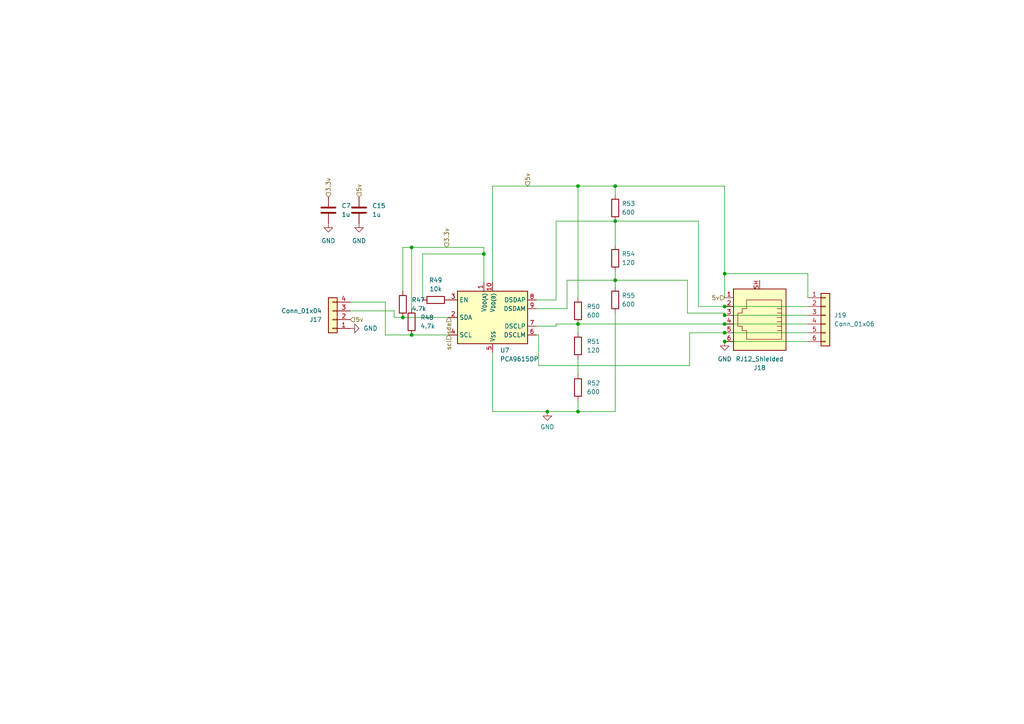
<source format=kicad_sch>
(kicad_sch (version 20250114) (generator "eeschema") (generator_version "9.0")
  (paper "A4")
  (lib_symbols
    (symbol "Connector:RJ12_Shielded" (pin_names (offset 1.016))
      (property "Reference" "J" (at -5.08 11.43 0))
      (property "Value" "RJ12_Shielded" (at 2.54 11.43 0))
      (symbol "RJ12_Shielded_0_1"
        (polyline (pts (xy -6.35 3.175) (xy -5.08 3.175) (xy -5.08 3.175)))
        (polyline (pts (xy -6.35 1.905) (xy -5.08 1.905) (xy -5.08 1.905)))
        (polyline (pts (xy -6.35 0.635) (xy -5.08 0.635) (xy -5.08 0.635)))
        (polyline (pts (xy -6.35 -0.635) (xy -5.08 -0.635) (xy -5.08 -0.635)))
        (polyline (pts (xy -6.35 -1.905) (xy -5.08 -1.905) (xy -5.08 -1.905)))
        (polyline (pts (xy -6.35 -4.445) (xy -6.35 6.985) (xy 3.81 6.985) (xy 3.81 4.445) (xy 5.08 4.445) (xy 5.08 3.175) (xy 6.35 3.175) (xy 6.35 -0.635) (xy 5.08 -0.635) (xy 5.08 -1.905) (xy 3.81 -1.905) (xy 3.81 -4.445) (xy -6.35 -4.445) (xy -6.35 -4.445)))
        (polyline (pts (xy -5.08 4.445) (xy -6.35 4.445) (xy -6.35 4.445)))
        (rectangle (start 7.62 10.16) (end -7.62 -7.62) (stroke (width 0.254)) (fill (type background)))
      )
      (symbol "RJ12_Shielded_1_1"
        (pin passive line (at 0 -10.16 90) (length 2.54) (name "~") (number "SH"))
        (pin passive line (at 10.16 7.62 180) (length 2.54) (name "~") (number "6"))
        (pin passive line (at 10.16 5.08 180) (length 2.54) (name "~") (number "5"))
        (pin passive line (at 10.16 2.54 180) (length 2.54) (name "~") (number "4"))
        (pin passive line (at 10.16 0 180) (length 2.54) (name "~") (number "3"))
        (pin passive line (at 10.16 -2.54 180) (length 2.54) (name "~") (number "2"))
        (pin passive line (at 10.16 -5.08 180) (length 2.54) (name "~") (number "1"))
      )
    )
    (symbol "Connector_Generic:Conn_01x04" (pin_names (offset 1.016) (hide yes))
      (property "Reference" "J" (at 0 5.08 0))
      (property "Value" "Conn_01x04" (at 0 -7.62 0))
      (symbol "Conn_01x04_1_1"
        (rectangle (start -1.27 3.81) (end 1.27 -6.35) (stroke (width 0.254)) (fill (type background)))
        (rectangle (start -1.27 2.667) (end 0 2.413) (stroke (width 0.1524)))
        (rectangle (start -1.27 0.127) (end 0 -0.127) (stroke (width 0.1524)))
        (rectangle (start -1.27 -2.413) (end 0 -2.667) (stroke (width 0.1524)))
        (rectangle (start -1.27 -4.953) (end 0 -5.207) (stroke (width 0.1524)))
        (pin passive line (at -5.08 2.54 0) (length 3.81) (name "Pin_1") (number "1"))
        (pin passive line (at -5.08 0 0) (length 3.81) (name "Pin_2") (number "2"))
        (pin passive line (at -5.08 -2.54 0) (length 3.81) (name "Pin_3") (number "3"))
        (pin passive line (at -5.08 -5.08 0) (length 3.81) (name "Pin_4") (number "4"))
      )
    )
    (symbol "Connector_Generic:Conn_01x06" (pin_names (offset 1.016) (hide yes))
      (property "Reference" "J" (at 0 7.62 0))
      (property "Value" "Conn_01x06" (at 0 -10.16 0))
      (symbol "Conn_01x06_1_1"
        (rectangle (start -1.27 6.35) (end 1.27 -8.89) (stroke (width 0.254)) (fill (type background)))
        (rectangle (start -1.27 5.207) (end 0 4.953) (stroke (width 0.1524)))
        (rectangle (start -1.27 2.667) (end 0 2.413) (stroke (width 0.1524)))
        (rectangle (start -1.27 0.127) (end 0 -0.127) (stroke (width 0.1524)))
        (rectangle (start -1.27 -2.413) (end 0 -2.667) (stroke (width 0.1524)))
        (rectangle (start -1.27 -4.953) (end 0 -5.207) (stroke (width 0.1524)))
        (rectangle (start -1.27 -7.493) (end 0 -7.747) (stroke (width 0.1524)))
        (pin passive line (at -5.08 5.08 0) (length 3.81) (name "Pin_1") (number "1"))
        (pin passive line (at -5.08 2.54 0) (length 3.81) (name "Pin_2") (number "2"))
        (pin passive line (at -5.08 0 0) (length 3.81) (name "Pin_3") (number "3"))
        (pin passive line (at -5.08 -2.54 0) (length 3.81) (name "Pin_4") (number "4"))
        (pin passive line (at -5.08 -5.08 0) (length 3.81) (name "Pin_5") (number "5"))
        (pin passive line (at -5.08 -7.62 0) (length 3.81) (name "Pin_6") (number "6"))
      )
    )
    (symbol "Device:C" (pin_numbers (hide yes)) (pin_names (offset 0.254))
      (property "Reference" "C" (at 0.635 2.54 0))
      (property "Value" "C" (at 0.635 -2.54 0))
      (symbol "C_0_1"
        (polyline (pts (xy -2.032 0.762) (xy 2.032 0.762)) (stroke (width 0.508)))
        (polyline (pts (xy -2.032 -0.762) (xy 2.032 -0.762)) (stroke (width 0.508)))
      )
      (symbol "C_1_1"
        (pin passive line (at 0 3.81 270) (length 2.794) (name "~") (number "1"))
        (pin passive line (at 0 -3.81 90) (length 2.794) (name "~") (number "2"))
      )
    )
    (symbol "Device:R" (pin_numbers (hide yes)) (pin_names (offset 0))
      (property "Reference" "R" (at 2.032 0 90))
      (property "Value" "R" (at 0 0 90))
      (symbol "R_0_1"
        (rectangle (start -1.016 -2.54) (end 1.016 2.54) (stroke (width 0.254)))
      )
      (symbol "R_1_1"
        (pin passive line (at 0 3.81 270) (length 1.27) (name "~") (number "1"))
        (pin passive line (at 0 -3.81 90) (length 1.27) (name "~") (number "2"))
      )
    )
    (symbol "Interface:PCA9615DP"
      (property "Reference" "U" (at -10.16 8.89 0))
      (property "Value" "PCA9615DP" (at 1.27 8.89 0))
      (symbol "PCA9615DP_0_1"
        (rectangle (start -10.16 7.62) (end 10.16 -7.62) (stroke (width 0.254)) (fill (type background)))
      )
      (symbol "PCA9615DP_1_1"
        (pin input line (at -12.7 5.08 0) (length 2.54) (name "EN") (number "3"))
        (pin bidirectional line (at -12.7 0 0) (length 2.54) (name "SDA") (number "2"))
        (pin bidirectional line (at -12.7 -5.08 0) (length 2.54) (name "SCL") (number "4"))
        (pin power_in line (at -2.54 10.16 270) (length 2.54) (name "V_{DD(A)}") (number "1"))
        (pin power_in line (at 0 10.16 270) (length 2.54) (name "V_{DD(B)}") (number "10"))
        (pin power_in line (at 0 -10.16 90) (length 2.54) (name "V_{SS}") (number "5"))
        (pin bidirectional line (at 12.7 5.08 180) (length 2.54) (name "DSDAP") (number "8"))
        (pin bidirectional line (at 12.7 2.54 180) (length 2.54) (name "DSDAM") (number "9"))
        (pin bidirectional line (at 12.7 -2.54 180) (length 2.54) (name "DSCLP") (number "7"))
        (pin bidirectional line (at 12.7 -5.08 180) (length 2.54) (name "DSCLM") (number "6"))
      )
    )
    (symbol "power:GND" (power) (pin_numbers (hide yes)) (pin_names (offset 0) (hide yes))
      (property "Value" "GND" (at 0 -3.81 0))
      (symbol "GND_0_1"
        (polyline (pts (xy 0 0) (xy 0 -1.27) (xy 1.27 -1.27) (xy 0 -2.54) (xy -1.27 -1.27) (xy 0 -1.27)))
      )
      (symbol "GND_1_1"
        (pin power_in line (at 0 0 270) (length 0) (name "~") (number "1"))
      )
    )
  )
  (junction (at 178.435 81.28))
  (junction (at 210.185 99.06))
  (junction (at 210.185 91.44))
  (junction (at 140.335 73.66))
  (junction (at 167.64 53.975))
  (junction (at 210.185 93.98))
  (junction (at 178.435 53.975))
  (junction (at 119.38 97.155))
  (junction (at 167.64 119.38))
  (junction (at 167.64 93.98))
  (junction (at 210.185 88.9))
  (junction (at 116.84 92.075))
  (junction (at 158.75 119.38))
  (junction (at 178.435 64.135))
  (junction (at 119.38 71.755))
  (junction (at 210.185 79.375))
  (junction (at 210.185 96.52))
  (wire (pts (xy 161.29 93.98) (xy 167.64 93.98)))
  (wire (pts (xy 161.29 64.135) (xy 178.435 64.135)))
  (wire (pts (xy 200.025 96.52) (xy 200.025 106.045)))
  (wire (pts (xy 161.29 93.98) (xy 161.29 94.615)))
  (wire (pts (xy 119.38 71.755) (xy 119.38 89.535)))
  (wire (pts (xy 140.335 73.66) (xy 140.335 81.915)))
  (wire (pts (xy 101.6 87.63) (xy 111.76 87.63)))
  (wire (pts (xy 114.3 92.075) (xy 114.3 90.17)))
  (wire (pts (xy 178.435 53.975) (xy 210.185 53.975)))
  (wire (pts (xy 156.21 106.045) (xy 156.21 97.155)))
  (wire (pts (xy 114.3 90.17) (xy 101.6 90.17)))
  (wire (pts (xy 178.435 119.38) (xy 178.435 90.805)))
  (wire (pts (xy 122.555 86.995) (xy 122.555 73.66)))
  (wire (pts (xy 164.465 89.535) (xy 164.465 81.28)))
  (wire (pts (xy 210.185 79.375) (xy 210.185 86.36)))
  (wire (pts (xy 178.435 81.28) (xy 178.435 83.185)))
  (wire (pts (xy 210.185 96.52) (xy 200.025 96.52)))
  (wire (pts (xy 116.84 92.075) (xy 114.3 92.075)))
  (wire (pts (xy 167.64 116.205) (xy 167.64 119.38)))
  (wire (pts (xy 167.64 53.975) (xy 178.435 53.975)))
  (wire (pts (xy 116.84 92.075) (xy 130.175 92.075)))
  (wire (pts (xy 142.875 81.915) (xy 142.875 53.975)))
  (wire (pts (xy 155.575 94.615) (xy 161.29 94.615)))
  (wire (pts (xy 142.875 102.235) (xy 142.875 119.38)))
  (wire (pts (xy 210.185 90.805) (xy 210.185 91.44)))
  (wire (pts (xy 210.185 53.975) (xy 210.185 79.375)))
  (wire (pts (xy 199.39 81.28) (xy 199.39 90.805)))
  (wire (pts (xy 167.64 104.14) (xy 167.64 108.585)))
  (wire (pts (xy 178.435 53.975) (xy 178.435 56.515)))
  (wire (pts (xy 164.465 81.28) (xy 178.435 81.28)))
  (wire (pts (xy 178.435 81.28) (xy 199.39 81.28)))
  (wire (pts (xy 142.875 53.975) (xy 167.64 53.975)))
  (wire (pts (xy 202.565 64.135) (xy 202.565 88.9)))
  (wire (pts (xy 210.185 93.98) (xy 234.315 93.98)))
  (wire (pts (xy 178.435 81.28) (xy 178.435 78.74)))
  (wire (pts (xy 210.185 79.375) (xy 234.315 79.375)))
  (wire (pts (xy 167.64 93.98) (xy 210.185 93.98)))
  (wire (pts (xy 234.315 79.375) (xy 234.315 86.36)))
  (wire (pts (xy 210.185 96.52) (xy 234.315 96.52)))
  (wire (pts (xy 210.185 99.06) (xy 234.315 99.06)))
  (wire (pts (xy 199.39 90.805) (xy 210.185 90.805)))
  (wire (pts (xy 167.64 53.975) (xy 167.64 86.36)))
  (wire (pts (xy 158.75 119.38) (xy 167.64 119.38)))
  (wire (pts (xy 210.185 91.44) (xy 234.315 91.44)))
  (wire (pts (xy 140.335 71.755) (xy 140.335 73.66)))
  (wire (pts (xy 142.875 119.38) (xy 158.75 119.38)))
  (wire (pts (xy 178.435 64.135) (xy 178.435 71.12)))
  (wire (pts (xy 178.435 64.135) (xy 202.565 64.135)))
  (wire (pts (xy 116.84 84.455) (xy 116.84 71.755)))
  (wire (pts (xy 156.21 97.155) (xy 155.575 97.155)))
  (wire (pts (xy 119.38 97.155) (xy 130.175 97.155)))
  (wire (pts (xy 119.38 71.755) (xy 140.335 71.755)))
  (wire (pts (xy 116.84 71.755) (xy 119.38 71.755)))
  (wire (pts (xy 167.64 119.38) (xy 178.435 119.38)))
  (wire (pts (xy 155.575 89.535) (xy 164.465 89.535)))
  (wire (pts (xy 210.185 88.9) (xy 234.315 88.9)))
  (wire (pts (xy 155.575 86.995) (xy 161.29 86.995)))
  (wire (pts (xy 111.76 97.155) (xy 119.38 97.155)))
  (wire (pts (xy 202.565 88.9) (xy 210.185 88.9)))
  (wire (pts (xy 167.64 93.98) (xy 167.64 96.52)))
  (wire (pts (xy 122.555 73.66) (xy 140.335 73.66)))
  (wire (pts (xy 161.29 86.995) (xy 161.29 64.135)))
  (wire (pts (xy 200.025 106.045) (xy 156.21 106.045)))
  (wire (pts (xy 111.76 87.63) (xy 111.76 97.155)))
  (hierarchical_label "scl" (shape input) (at 130.175 97.155 270))
  (hierarchical_label "5v" (shape input) (at 101.6 92.71 0))
  (hierarchical_label "3.3v" (shape input) (at 95.25 57.15 90))
  (hierarchical_label "sda" (shape input) (at 130.175 92.075 270))
  (hierarchical_label "5v" (shape input) (at 104.14 57.15 90))
  (hierarchical_label "3.3v" (shape input) (at 129.54 71.755 90))
  (hierarchical_label "5v" (shape input) (at 153.035 53.975 90))
  (hierarchical_label "5v" (shape input) (at 210.185 86.36 180))
  (symbol (lib_id "power:GND") (at 158.75 119.38 0) (unit 1)
    (property "Reference" "#PWR05" (effects (hide yes)))
    (property "Value" "GND" (at 158.75 123.825 0))
    (property "Description" "Power symbol creates a global label with name \"GND\" , ground" (effects (hide yes)))
    (instances (project "ghost_host" (path "" (reference "#PWR021") (unit 1)) (path "" (reference "#PWR09") (unit 1)) (path "" (reference "#PWR012") (unit 1)) (path "" (reference "#PWR018") (unit 1)) (path "" (reference "#PWR05") (unit 1)) (path "" (reference "#PWR024") (unit 1)) (path "" (reference "#PWR07") (unit 1)) (path "" (reference "#PWR015") (unit 1))))
  )
  (symbol (lib_id "Device:R") (at 167.64 112.395 0) (unit 1)
    (property "Reference" "R13" (at 170.18 111.1249 0) (effects (justify left)))
    (property "Value" "600" (at 170.18 113.6649 0) (effects (justify left)))
    (property "Footprint" "Resistor_SMD:R_0603_1608Metric_Pad0.98x0.95mm_HandSolder" (effects (hide yes)))
    (property "Description" "Resistor" (effects (hide yes)))
    (property "Manufacturer Part Number" "0603WAF5600T5E" (effects (hide yes)))
    (property "Supplier Name" "LCSC" (effects (hide yes)))
    (property "Supplier Part Number" "C23204" (effects (hide yes)))
    (property "Manufacturer" "UNI-ROYAL(Uniroyal Elec)" (effects (hide yes)))
    (instances (project "ghost_host" (path "" (reference "R52") (unit 1)) (path "" (reference "R21") (unit 1)) (path "" (reference "R26") (unit 1)) (path "" (reference "R43") (unit 1)) (path "" (reference "R13") (unit 1)) (path "" (reference "R61") (unit 1)) (path "" (reference "R69") (unit 1)) (path "" (reference "R34") (unit 1))))
  )
  (symbol (lib_id "Device:R") (at 167.64 100.33 0) (unit 1)
    (property "Reference" "R11" (at 170.18 99.0599 0) (effects (justify left)))
    (property "Value" "120" (at 170.18 101.5999 0) (effects (justify left)))
    (property "Footprint" "Resistor_SMD:R_0603_1608Metric_Pad0.98x0.95mm_HandSolder" (effects (hide yes)))
    (property "Description" "Resistor" (effects (hide yes)))
    (property "Manufacturer Part Number" "0603WAF1200T5E" (effects (hide yes)))
    (property "Supplier Name" "LCSC" (effects (hide yes)))
    (property "Supplier Part Number" "C22787" (effects (hide yes)))
    (property "Manufacturer" "UNI-ROYAL(Uniroyal Elec)" (effects (hide yes)))
    (instances (project "ghost_host" (path "" (reference "R51") (unit 1)) (path "" (reference "R20") (unit 1)) (path "" (reference "R25") (unit 1)) (path "" (reference "R42") (unit 1)) (path "" (reference "R11") (unit 1)) (path "" (reference "R60") (unit 1)) (path "" (reference "R68") (unit 1)) (path "" (reference "R33") (unit 1))))
  )
  (symbol (lib_id "Device:R") (at 167.64 90.17 0) (unit 1)
    (property "Reference" "R9" (at 170.18 88.8999 0) (effects (justify left)))
    (property "Value" "600" (at 170.18 91.4399 0) (effects (justify left)))
    (property "Footprint" "Resistor_SMD:R_0603_1608Metric_Pad0.98x0.95mm_HandSolder" (effects (hide yes)))
    (property "Description" "Resistor" (effects (hide yes)))
    (property "Manufacturer Part Number" "0603WAF5600T5E" (effects (hide yes)))
    (property "Supplier Name" "LCSC" (effects (hide yes)))
    (property "Supplier Part Number" "C23204" (effects (hide yes)))
    (property "Manufacturer" "UNI-ROYAL(Uniroyal Elec)" (effects (hide yes)))
    (instances (project "ghost_host" (path "" (reference "R50") (unit 1)) (path "" (reference "R19") (unit 1)) (path "" (reference "R14") (unit 1)) (path "" (reference "R41") (unit 1)) (path "" (reference "R9") (unit 1)) (path "" (reference "R59") (unit 1)) (path "" (reference "R67") (unit 1)) (path "" (reference "R32") (unit 1))))
  )
  (symbol (lib_id "Device:C") (at 104.14 60.96 0) (unit 1)
    (property "Reference" "C9" (at 107.95 59.6899 0) (effects (justify left)))
    (property "Value" "1u" (at 107.95 62.2299 0) (effects (justify left)))
    (property "Footprint" "Capacitor_SMD:C_0603_1608Metric" (effects (hide yes)))
    (property "Description" "Unpolarized capacitor" (effects (hide yes)))
    (instances (project "ghost_host" (path "" (reference "C15") (unit 1)) (path "" (reference "C11") (unit 1)) (path "" (reference "C12") (unit 1)) (path "" (reference "C14") (unit 1)) (path "" (reference "C9") (unit 1)) (path "" (reference "C16") (unit 1)) (path "" (reference "C10") (unit 1)) (path "" (reference "C13") (unit 1))))
  )
  (symbol (lib_id "power:GND") (at 101.6 95.25 90) (unit 1)
    (property "Reference" "#PWR0101" (effects (hide yes)))
    (property "Value" "GND" (at 105.41 95.2499 90) (effects (justify right)))
    (property "Description" "Power symbol creates a global label with name \"GND\" , ground" (effects (hide yes)))
    (instances (project "ghost_host" (path "" (reference "#PWR020") (unit 1)) (path "" (reference "#PWR08") (unit 1)) (path "" (reference "#PWR011") (unit 1)) (path "" (reference "#PWR017") (unit 1)) (path "" (reference "#PWR0101") (unit 1)) (path "" (reference "#PWR023") (unit 1)) (path "" (reference "#PWR04") (unit 1)) (path "" (reference "#PWR014") (unit 1))))
  )
  (symbol (lib_id "Device:C") (at 95.25 60.96 0) (unit 1)
    (property "Reference" "C1" (at 99.06 59.6899 0) (effects (justify left)))
    (property "Value" "1u" (at 99.06 62.2299 0) (effects (justify left)))
    (property "Footprint" "Capacitor_SMD:C_0603_1608Metric" (effects (hide yes)))
    (property "Description" "Unpolarized capacitor" (effects (hide yes)))
    (instances (project "" (path "" (reference "C7") (unit 1)) (path "" (reference "C3") (unit 1)) (path "" (reference "C4") (unit 1)) (path "" (reference "C6") (unit 1)) (path "" (reference "C1") (unit 1)) (path "" (reference "C8") (unit 1)) (path "" (reference "C2") (unit 1)) (path "" (reference "C5") (unit 1))))
  )
  (symbol (lib_id "Connector:RJ12_Shielded") (at 220.345 91.44 180) (unit 1)
    (property "Reference" "J23" (at 220.345 106.68 0))
    (property "Value" "RJ12_Shielded" (at 220.345 104.14 0))
    (property "Footprint" "RJ12_Pin_Connector:RJ12_Pin_Connector" (effects (hide yes)))
    (property "Description" "RJ connector, 6P6C (6 positions 6 connected), Shielded" (effects (hide yes)))
    (property "Manufacturer Part Number" "5201-660111" (effects (hide yes)))
    (property "Supplier Name" "LCSC" (effects (hide yes)))
    (property "Supplier Part Number" "C3097711" (effects (hide yes)))
    (property "Manufacturer" "EVERCOM" (effects (hide yes)))
    (instances (project "ghost_host" (path "" (reference "J18") (unit 1)) (path "" (reference "J6") (unit 1)) (path "" (reference "J9") (unit 1)) (path "" (reference "J15") (unit 1)) (path "" (reference "J23") (unit 1)) (path "" (reference "J21") (unit 1)) (path "" (reference "J4") (unit 1)) (path "" (reference "J12") (unit 1))))
  )
  (symbol (lib_id "Device:R") (at 119.38 93.345 0) (unit 1)
    (property "Reference" "R2" (at 121.92 92.0749 0) (effects (justify left)))
    (property "Value" "4.7k" (at 121.92 94.6149 0) (effects (justify left)))
    (property "Footprint" "Resistor_SMD:R_0603_1608Metric_Pad0.98x0.95mm_HandSolder" (effects (hide yes)))
    (property "Description" "Resistor" (effects (hide yes)))
    (property "Manufacturer Part Number" "0603WAF4701T5E" (effects (hide yes)))
    (property "Supplier Name" "LCSC" (effects (hide yes)))
    (property "Supplier Part Number" "C23162" (effects (hide yes)))
    (property "Manufacturer" "UNI-ROYAL(Uniroyal Elec)" (effects (hide yes)))
    (instances (project "ghost_host" (path "" (reference "R48") (unit 1)) (path "" (reference "R17") (unit 1)) (path "" (reference "R10") (unit 1)) (path "" (reference "R39") (unit 1)) (path "" (reference "R2") (unit 1)) (path "" (reference "R57") (unit 1)) (path "" (reference "R5") (unit 1)) (path "" (reference "R30") (unit 1))))
  )
  (symbol (lib_id "Device:R") (at 178.435 60.325 0) (unit 1)
    (property "Reference" "R15" (at 180.34 59.0549 0) (effects (justify left)))
    (property "Value" "600" (at 180.34 61.5949 0) (effects (justify left)))
    (property "Footprint" "Resistor_SMD:R_0603_1608Metric_Pad0.98x0.95mm_HandSolder" (effects (hide yes)))
    (property "Description" "Resistor" (effects (hide yes)))
    (property "Manufacturer Part Number" "0603WAF5600T5E" (effects (hide yes)))
    (property "Supplier Name" "LCSC" (effects (hide yes)))
    (property "Supplier Part Number" "C23204" (effects (hide yes)))
    (property "Manufacturer" "UNI-ROYAL(Uniroyal Elec)" (effects (hide yes)))
    (instances (project "ghost_host" (path "" (reference "R53") (unit 1)) (path "" (reference "R22") (unit 1)) (path "" (reference "R3") (unit 1)) (path "" (reference "R44") (unit 1)) (path "" (reference "R15") (unit 1)) (path "" (reference "R62") (unit 1)) (path "" (reference "R70") (unit 1)) (path "" (reference "R35") (unit 1))))
  )
  (symbol (lib_id "Connector_Generic:Conn_01x04") (at 96.52 92.71 180) (unit 1)
    (property "Reference" "J2" (at 93.345 92.7101 0) (effects (justify left)))
    (property "Value" "Conn_01x04" (at 93.345 90.1701 0) (effects (justify left)))
    (property "Footprint" "RJ12_Pin_Connector:JST_SH_BM04B-SRSS-TB_1x04-1MP_P1.00mm_Vertical" (effects (hide yes)))
    (property "Description" "Generic connector, single row, 01x04, script generated (kicad-library-utils/schlib/autogen/connector/)" (effects (hide yes)))
    (property "Manufacturer Part Number" "BM04B-SRSS-TB(LF)(SN)" (effects (hide yes)))
    (property "Supplier Name" "LCSC" (effects (hide yes)))
    (property "Supplier Part Number" "C160390" (effects (hide yes)))
    (property "Manufacturer" "JST" (effects (hide yes)))
    (instances (project "ghost_host" (path "" (reference "J17") (unit 1)) (path "" (reference "J5") (unit 1)) (path "" (reference "J8") (unit 1)) (path "" (reference "J14") (unit 1)) (path "" (reference "J2") (unit 1)) (path "" (reference "J20") (unit 1)) (path "" (reference "J3") (unit 1)) (path "" (reference "J11") (unit 1))))
  )
  (symbol (lib_id "Device:R") (at 116.84 88.265 0) (unit 1)
    (property "Reference" "R1" (at 119.38 86.9949 0) (effects (justify left)))
    (property "Value" "4.7k" (at 119.38 89.5349 0) (effects (justify left)))
    (property "Footprint" "Resistor_SMD:R_0603_1608Metric_Pad0.98x0.95mm_HandSolder" (effects (hide yes)))
    (property "Description" "Resistor" (effects (hide yes)))
    (property "Manufacturer Part Number" "0603WAF4701T5E" (effects (hide yes)))
    (property "Supplier Name" "LCSC" (effects (hide yes)))
    (property "Supplier Part Number" "C23162" (effects (hide yes)))
    (property "Manufacturer" "UNI-ROYAL(Uniroyal Elec)" (effects (hide yes)))
    (instances (project "ghost_host" (path "" (reference "R47") (unit 1)) (path "" (reference "R16") (unit 1)) (path "" (reference "R8") (unit 1)) (path "" (reference "R38") (unit 1)) (path "" (reference "R1") (unit 1)) (path "" (reference "R56") (unit 1)) (path "" (reference "R4") (unit 1)) (path "" (reference "R29") (unit 1))))
  )
  (symbol (lib_id "power:GND") (at 104.14 64.77 0) (unit 1)
    (property "Reference" "#PWR056" (effects (hide yes)))
    (property "Value" "GND" (at 104.14 69.85 0))
    (property "Description" "Power symbol creates a global label with name \"GND\" , ground" (effects (hide yes)))
    (instances (project "ghost_host" (path "" (reference "#PWR062") (unit 1)) (path "" (reference "#PWR058") (unit 1)) (path "" (reference "#PWR059") (unit 1)) (path "" (reference "#PWR061") (unit 1)) (path "" (reference "#PWR056") (unit 1)) (path "" (reference "#PWR063") (unit 1)) (path "" (reference "#PWR057") (unit 1)) (path "" (reference "#PWR060") (unit 1))))
  )
  (symbol (lib_id "power:GND") (at 95.25 64.77 0) (unit 1)
    (property "Reference" "#PWR048" (effects (hide yes)))
    (property "Value" "GND" (at 95.25 69.85 0))
    (property "Description" "Power symbol creates a global label with name \"GND\" , ground" (effects (hide yes)))
    (instances (project "ghost_host" (path "" (reference "#PWR054") (unit 1)) (path "" (reference "#PWR050") (unit 1)) (path "" (reference "#PWR051") (unit 1)) (path "" (reference "#PWR053") (unit 1)) (path "" (reference "#PWR048") (unit 1)) (path "" (reference "#PWR055") (unit 1)) (path "" (reference "#PWR049") (unit 1)) (path "" (reference "#PWR052") (unit 1))))
  )
  (symbol (lib_id "Device:R") (at 178.435 86.995 0) (unit 1)
    (property "Reference" "R66" (at 180.34 85.7249 0) (effects (justify left)))
    (property "Value" "600" (at 180.34 88.2649 0) (effects (justify left)))
    (property "Footprint" "Resistor_SMD:R_0603_1608Metric_Pad0.98x0.95mm_HandSolder" (effects (hide yes)))
    (property "Description" "Resistor" (effects (hide yes)))
    (property "Manufacturer Part Number" "0603WAF5600T5E" (effects (hide yes)))
    (property "Supplier Name" "LCSC" (effects (hide yes)))
    (property "Supplier Part Number" "C23204" (effects (hide yes)))
    (property "Manufacturer" "UNI-ROYAL(Uniroyal Elec)" (effects (hide yes)))
    (instances (project "ghost_host" (path "" (reference "R55") (unit 1)) (path "" (reference "R24") (unit 1)) (path "" (reference "R28") (unit 1)) (path "" (reference "R46") (unit 1)) (path "" (reference "R66") (unit 1)) (path "" (reference "R64") (unit 1)) (path "" (reference "R72") (unit 1)) (path "" (reference "R37") (unit 1))))
  )
  (symbol (lib_id "Connector_Generic:Conn_01x06") (at 239.395 91.44 0) (unit 1)
    (property "Reference" "J24" (at 241.935 91.4399 0) (effects (justify left)))
    (property "Value" "Conn_01x06" (at 241.935 93.9799 0) (effects (justify left)))
    (property "Footprint" "RJ12_Pin_Connector:JST_SH_BM06B-SRSS-TB_1x06-1MP_P1.00mm_Vertical" (effects (hide yes)))
    (property "Description" "Generic connector, single row, 01x06, script generated (kicad-library-utils/schlib/autogen/connector/)" (effects (hide yes)))
    (property "Manufacturer Part Number" "BM06B-SRSS-TB(LF)(SN)" (effects (hide yes)))
    (property "Supplier Name" "LCSC " (effects (hide yes)))
    (property "Supplier Part Number" "C160392" (effects (hide yes)))
    (property "Manufacturer" "JST" (effects (hide yes)))
    (instances (project "ghost_host" (path "" (reference "J19") (unit 1)) (path "" (reference "J7") (unit 1)) (path "" (reference "J10") (unit 1)) (path "" (reference "J16") (unit 1)) (path "" (reference "J24") (unit 1)) (path "" (reference "J22") (unit 1)) (path "" (reference "J25") (unit 1)) (path "" (reference "J13") (unit 1))))
  )
  (symbol (lib_id "power:GND") (at 210.185 99.06 0) (unit 1)
    (property "Reference" "#PWR0102" (effects (hide yes)))
    (property "Value" "GND" (at 210.185 104.14 0))
    (property "Description" "Power symbol creates a global label with name \"GND\" , ground" (effects (hide yes)))
    (instances (project "ghost_host" (path "" (reference "#PWR022") (unit 1)) (path "" (reference "#PWR010") (unit 1)) (path "" (reference "#PWR013") (unit 1)) (path "" (reference "#PWR019") (unit 1)) (path "" (reference "#PWR0102") (unit 1)) (path "" (reference "#PWR025") (unit 1)) (path "" (reference "#PWR06") (unit 1)) (path "" (reference "#PWR016") (unit 1))))
  )
  (symbol (lib_id "Device:R") (at 178.435 74.93 0) (unit 1)
    (property "Reference" "R65" (at 180.34 73.6599 0) (effects (justify left)))
    (property "Value" "120" (at 180.34 76.1999 0) (effects (justify left)))
    (property "Footprint" "Resistor_SMD:R_0603_1608Metric_Pad0.98x0.95mm_HandSolder" (effects (hide yes)))
    (property "Description" "Resistor" (effects (hide yes)))
    (property "Manufacturer Part Number" "0603WAF1200T5E" (effects (hide yes)))
    (property "Supplier Name" "LCSC" (effects (hide yes)))
    (property "Supplier Part Number" "C22787" (effects (hide yes)))
    (property "Manufacturer" "UNI-ROYAL(Uniroyal Elec)" (effects (hide yes)))
    (instances (project "ghost_host" (path "" (reference "R54") (unit 1)) (path "" (reference "R23") (unit 1)) (path "" (reference "R27") (unit 1)) (path "" (reference "R45") (unit 1)) (path "" (reference "R65") (unit 1)) (path "" (reference "R63") (unit 1)) (path "" (reference "R71") (unit 1)) (path "" (reference "R36") (unit 1))))
  )
  (symbol (lib_id "Interface:PCA9615DP") (at 142.875 92.075 0) (unit 1)
    (property "Reference" "U1" (at 145.0183 101.6 0) (effects (justify left)))
    (property "Value" "PCA9615DP" (at 145.0183 104.14 0) (effects (justify left)))
    (property "Footprint" "Package_SO:TSSOP-10_3x3mm_P0.5mm" (effects (hide yes)))
    (property "Datasheet" "https://www.nxp.com/docs/en/data-sheet/PCA9615.pdf" (effects (hide yes)))
    (property "Description" "Dual bidirectional hot-swap multipoint bus buffer, SO-8" (effects (hide yes)))
    (property "Manufacturer Part Number" "PCA9615DPZ " (effects (hide yes)))
    (property "Supplier Name" "Mouser/Digikey" (effects (hide yes)))
    (property "Manufacturer" " NXP Semiconductors " (effects (hide yes)))
    (instances (project "ghost_host" (path "" (reference "U7") (unit 1)) (path "" (reference "U3") (unit 1)) (path "" (reference "U4") (unit 1)) (path "" (reference "U6") (unit 1)) (path "" (reference "U1") (unit 1)) (path "" (reference "U8") (unit 1)) (path "" (reference "U2") (unit 1)) (path "" (reference "U5") (unit 1))))
  )
  (symbol (lib_id "Device:R") (at 126.365 86.995 270) (unit 1)
    (property "Reference" "R7" (at 126.365 81.28 90))
    (property "Value" "10k" (at 126.365 83.82 90))
    (property "Footprint" "Resistor_SMD:R_0603_1608Metric_Pad0.98x0.95mm_HandSolder" (effects (hide yes)))
    (property "Description" "Resistor" (effects (hide yes)))
    (property "Manufacturer Part Number" "0603WAF1002T5E" (effects (hide yes)))
    (property "Supplier Name" "LCSC" (effects (hide yes)))
    (property "Supplier Part Number" "C25804" (effects (hide yes)))
    (property "Manufacturer" "UNI-ROYAL(Uniroyal Elec)" (effects (hide yes)))
    (instances (project "ghost_host" (path "" (reference "R49") (unit 1)) (path "" (reference "R18") (unit 1)) (path "" (reference "R12") (unit 1)) (path "" (reference "R40") (unit 1)) (path "" (reference "R7") (unit 1)) (path "" (reference "R58") (unit 1)) (path "" (reference "R6") (unit 1)) (path "" (reference "R31") (unit 1))))
  )
)
</source>
